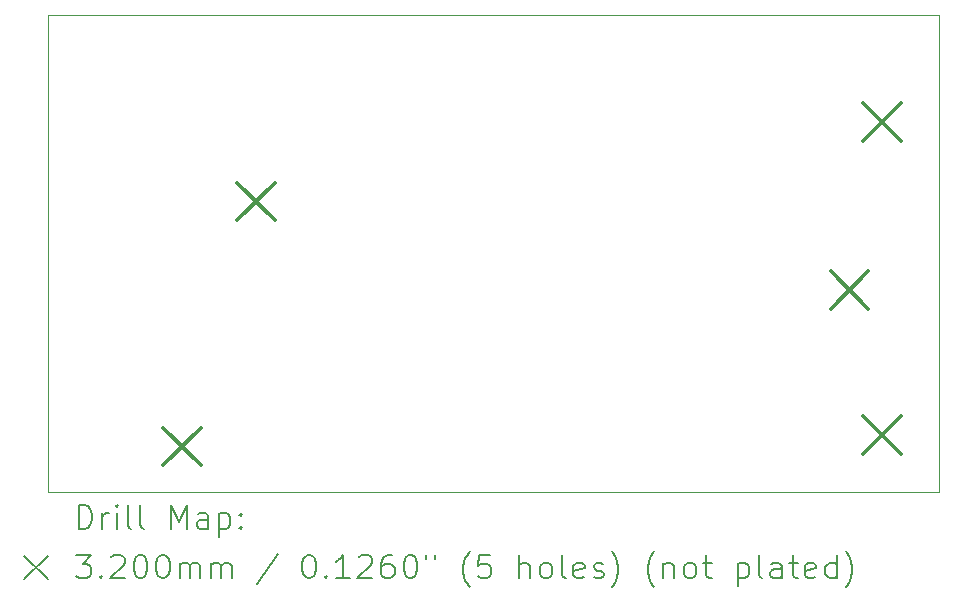
<source format=gbr>
%TF.GenerationSoftware,KiCad,Pcbnew,8.0.4*%
%TF.CreationDate,2024-08-25T14:03:01+02:00*%
%TF.ProjectId,cooking_thermometer,636f6f6b-696e-4675-9f74-6865726d6f6d,rev?*%
%TF.SameCoordinates,Original*%
%TF.FileFunction,Drillmap*%
%TF.FilePolarity,Positive*%
%FSLAX45Y45*%
G04 Gerber Fmt 4.5, Leading zero omitted, Abs format (unit mm)*
G04 Created by KiCad (PCBNEW 8.0.4) date 2024-08-25 14:03:01*
%MOMM*%
%LPD*%
G01*
G04 APERTURE LIST*
%ADD10C,0.050000*%
%ADD11C,0.200000*%
%ADD12C,0.320000*%
G04 APERTURE END LIST*
D10*
X14714600Y-7594600D02*
X22259800Y-7594600D01*
X22259800Y-11633200D01*
X14714600Y-11633200D01*
X14714600Y-7594600D01*
D11*
D12*
X15690000Y-11090000D02*
X16010000Y-11410000D01*
X16010000Y-11090000D02*
X15690000Y-11410000D01*
X16315000Y-9015000D02*
X16635000Y-9335000D01*
X16635000Y-9015000D02*
X16315000Y-9335000D01*
X21340000Y-9765000D02*
X21660000Y-10085000D01*
X21660000Y-9765000D02*
X21340000Y-10085000D01*
X21615000Y-8340000D02*
X21935000Y-8660000D01*
X21935000Y-8340000D02*
X21615000Y-8660000D01*
X21615000Y-10990000D02*
X21935000Y-11310000D01*
X21935000Y-10990000D02*
X21615000Y-11310000D01*
D11*
X14972877Y-11947184D02*
X14972877Y-11747184D01*
X14972877Y-11747184D02*
X15020496Y-11747184D01*
X15020496Y-11747184D02*
X15049067Y-11756708D01*
X15049067Y-11756708D02*
X15068115Y-11775755D01*
X15068115Y-11775755D02*
X15077639Y-11794803D01*
X15077639Y-11794803D02*
X15087162Y-11832898D01*
X15087162Y-11832898D02*
X15087162Y-11861469D01*
X15087162Y-11861469D02*
X15077639Y-11899565D01*
X15077639Y-11899565D02*
X15068115Y-11918612D01*
X15068115Y-11918612D02*
X15049067Y-11937660D01*
X15049067Y-11937660D02*
X15020496Y-11947184D01*
X15020496Y-11947184D02*
X14972877Y-11947184D01*
X15172877Y-11947184D02*
X15172877Y-11813850D01*
X15172877Y-11851946D02*
X15182401Y-11832898D01*
X15182401Y-11832898D02*
X15191924Y-11823374D01*
X15191924Y-11823374D02*
X15210972Y-11813850D01*
X15210972Y-11813850D02*
X15230020Y-11813850D01*
X15296686Y-11947184D02*
X15296686Y-11813850D01*
X15296686Y-11747184D02*
X15287162Y-11756708D01*
X15287162Y-11756708D02*
X15296686Y-11766231D01*
X15296686Y-11766231D02*
X15306210Y-11756708D01*
X15306210Y-11756708D02*
X15296686Y-11747184D01*
X15296686Y-11747184D02*
X15296686Y-11766231D01*
X15420496Y-11947184D02*
X15401448Y-11937660D01*
X15401448Y-11937660D02*
X15391924Y-11918612D01*
X15391924Y-11918612D02*
X15391924Y-11747184D01*
X15525258Y-11947184D02*
X15506210Y-11937660D01*
X15506210Y-11937660D02*
X15496686Y-11918612D01*
X15496686Y-11918612D02*
X15496686Y-11747184D01*
X15753829Y-11947184D02*
X15753829Y-11747184D01*
X15753829Y-11747184D02*
X15820496Y-11890041D01*
X15820496Y-11890041D02*
X15887162Y-11747184D01*
X15887162Y-11747184D02*
X15887162Y-11947184D01*
X16068115Y-11947184D02*
X16068115Y-11842422D01*
X16068115Y-11842422D02*
X16058591Y-11823374D01*
X16058591Y-11823374D02*
X16039543Y-11813850D01*
X16039543Y-11813850D02*
X16001448Y-11813850D01*
X16001448Y-11813850D02*
X15982401Y-11823374D01*
X16068115Y-11937660D02*
X16049067Y-11947184D01*
X16049067Y-11947184D02*
X16001448Y-11947184D01*
X16001448Y-11947184D02*
X15982401Y-11937660D01*
X15982401Y-11937660D02*
X15972877Y-11918612D01*
X15972877Y-11918612D02*
X15972877Y-11899565D01*
X15972877Y-11899565D02*
X15982401Y-11880517D01*
X15982401Y-11880517D02*
X16001448Y-11870993D01*
X16001448Y-11870993D02*
X16049067Y-11870993D01*
X16049067Y-11870993D02*
X16068115Y-11861469D01*
X16163353Y-11813850D02*
X16163353Y-12013850D01*
X16163353Y-11823374D02*
X16182401Y-11813850D01*
X16182401Y-11813850D02*
X16220496Y-11813850D01*
X16220496Y-11813850D02*
X16239543Y-11823374D01*
X16239543Y-11823374D02*
X16249067Y-11832898D01*
X16249067Y-11832898D02*
X16258591Y-11851946D01*
X16258591Y-11851946D02*
X16258591Y-11909088D01*
X16258591Y-11909088D02*
X16249067Y-11928136D01*
X16249067Y-11928136D02*
X16239543Y-11937660D01*
X16239543Y-11937660D02*
X16220496Y-11947184D01*
X16220496Y-11947184D02*
X16182401Y-11947184D01*
X16182401Y-11947184D02*
X16163353Y-11937660D01*
X16344305Y-11928136D02*
X16353829Y-11937660D01*
X16353829Y-11937660D02*
X16344305Y-11947184D01*
X16344305Y-11947184D02*
X16334782Y-11937660D01*
X16334782Y-11937660D02*
X16344305Y-11928136D01*
X16344305Y-11928136D02*
X16344305Y-11947184D01*
X16344305Y-11823374D02*
X16353829Y-11832898D01*
X16353829Y-11832898D02*
X16344305Y-11842422D01*
X16344305Y-11842422D02*
X16334782Y-11832898D01*
X16334782Y-11832898D02*
X16344305Y-11823374D01*
X16344305Y-11823374D02*
X16344305Y-11842422D01*
X14512100Y-12175700D02*
X14712100Y-12375700D01*
X14712100Y-12175700D02*
X14512100Y-12375700D01*
X14953829Y-12167184D02*
X15077639Y-12167184D01*
X15077639Y-12167184D02*
X15010972Y-12243374D01*
X15010972Y-12243374D02*
X15039543Y-12243374D01*
X15039543Y-12243374D02*
X15058591Y-12252898D01*
X15058591Y-12252898D02*
X15068115Y-12262422D01*
X15068115Y-12262422D02*
X15077639Y-12281469D01*
X15077639Y-12281469D02*
X15077639Y-12329088D01*
X15077639Y-12329088D02*
X15068115Y-12348136D01*
X15068115Y-12348136D02*
X15058591Y-12357660D01*
X15058591Y-12357660D02*
X15039543Y-12367184D01*
X15039543Y-12367184D02*
X14982401Y-12367184D01*
X14982401Y-12367184D02*
X14963353Y-12357660D01*
X14963353Y-12357660D02*
X14953829Y-12348136D01*
X15163353Y-12348136D02*
X15172877Y-12357660D01*
X15172877Y-12357660D02*
X15163353Y-12367184D01*
X15163353Y-12367184D02*
X15153829Y-12357660D01*
X15153829Y-12357660D02*
X15163353Y-12348136D01*
X15163353Y-12348136D02*
X15163353Y-12367184D01*
X15249067Y-12186231D02*
X15258591Y-12176708D01*
X15258591Y-12176708D02*
X15277639Y-12167184D01*
X15277639Y-12167184D02*
X15325258Y-12167184D01*
X15325258Y-12167184D02*
X15344305Y-12176708D01*
X15344305Y-12176708D02*
X15353829Y-12186231D01*
X15353829Y-12186231D02*
X15363353Y-12205279D01*
X15363353Y-12205279D02*
X15363353Y-12224327D01*
X15363353Y-12224327D02*
X15353829Y-12252898D01*
X15353829Y-12252898D02*
X15239543Y-12367184D01*
X15239543Y-12367184D02*
X15363353Y-12367184D01*
X15487162Y-12167184D02*
X15506210Y-12167184D01*
X15506210Y-12167184D02*
X15525258Y-12176708D01*
X15525258Y-12176708D02*
X15534782Y-12186231D01*
X15534782Y-12186231D02*
X15544305Y-12205279D01*
X15544305Y-12205279D02*
X15553829Y-12243374D01*
X15553829Y-12243374D02*
X15553829Y-12290993D01*
X15553829Y-12290993D02*
X15544305Y-12329088D01*
X15544305Y-12329088D02*
X15534782Y-12348136D01*
X15534782Y-12348136D02*
X15525258Y-12357660D01*
X15525258Y-12357660D02*
X15506210Y-12367184D01*
X15506210Y-12367184D02*
X15487162Y-12367184D01*
X15487162Y-12367184D02*
X15468115Y-12357660D01*
X15468115Y-12357660D02*
X15458591Y-12348136D01*
X15458591Y-12348136D02*
X15449067Y-12329088D01*
X15449067Y-12329088D02*
X15439543Y-12290993D01*
X15439543Y-12290993D02*
X15439543Y-12243374D01*
X15439543Y-12243374D02*
X15449067Y-12205279D01*
X15449067Y-12205279D02*
X15458591Y-12186231D01*
X15458591Y-12186231D02*
X15468115Y-12176708D01*
X15468115Y-12176708D02*
X15487162Y-12167184D01*
X15677639Y-12167184D02*
X15696686Y-12167184D01*
X15696686Y-12167184D02*
X15715734Y-12176708D01*
X15715734Y-12176708D02*
X15725258Y-12186231D01*
X15725258Y-12186231D02*
X15734782Y-12205279D01*
X15734782Y-12205279D02*
X15744305Y-12243374D01*
X15744305Y-12243374D02*
X15744305Y-12290993D01*
X15744305Y-12290993D02*
X15734782Y-12329088D01*
X15734782Y-12329088D02*
X15725258Y-12348136D01*
X15725258Y-12348136D02*
X15715734Y-12357660D01*
X15715734Y-12357660D02*
X15696686Y-12367184D01*
X15696686Y-12367184D02*
X15677639Y-12367184D01*
X15677639Y-12367184D02*
X15658591Y-12357660D01*
X15658591Y-12357660D02*
X15649067Y-12348136D01*
X15649067Y-12348136D02*
X15639543Y-12329088D01*
X15639543Y-12329088D02*
X15630020Y-12290993D01*
X15630020Y-12290993D02*
X15630020Y-12243374D01*
X15630020Y-12243374D02*
X15639543Y-12205279D01*
X15639543Y-12205279D02*
X15649067Y-12186231D01*
X15649067Y-12186231D02*
X15658591Y-12176708D01*
X15658591Y-12176708D02*
X15677639Y-12167184D01*
X15830020Y-12367184D02*
X15830020Y-12233850D01*
X15830020Y-12252898D02*
X15839543Y-12243374D01*
X15839543Y-12243374D02*
X15858591Y-12233850D01*
X15858591Y-12233850D02*
X15887163Y-12233850D01*
X15887163Y-12233850D02*
X15906210Y-12243374D01*
X15906210Y-12243374D02*
X15915734Y-12262422D01*
X15915734Y-12262422D02*
X15915734Y-12367184D01*
X15915734Y-12262422D02*
X15925258Y-12243374D01*
X15925258Y-12243374D02*
X15944305Y-12233850D01*
X15944305Y-12233850D02*
X15972877Y-12233850D01*
X15972877Y-12233850D02*
X15991924Y-12243374D01*
X15991924Y-12243374D02*
X16001448Y-12262422D01*
X16001448Y-12262422D02*
X16001448Y-12367184D01*
X16096686Y-12367184D02*
X16096686Y-12233850D01*
X16096686Y-12252898D02*
X16106210Y-12243374D01*
X16106210Y-12243374D02*
X16125258Y-12233850D01*
X16125258Y-12233850D02*
X16153829Y-12233850D01*
X16153829Y-12233850D02*
X16172877Y-12243374D01*
X16172877Y-12243374D02*
X16182401Y-12262422D01*
X16182401Y-12262422D02*
X16182401Y-12367184D01*
X16182401Y-12262422D02*
X16191924Y-12243374D01*
X16191924Y-12243374D02*
X16210972Y-12233850D01*
X16210972Y-12233850D02*
X16239543Y-12233850D01*
X16239543Y-12233850D02*
X16258591Y-12243374D01*
X16258591Y-12243374D02*
X16268115Y-12262422D01*
X16268115Y-12262422D02*
X16268115Y-12367184D01*
X16658591Y-12157660D02*
X16487163Y-12414803D01*
X16915734Y-12167184D02*
X16934782Y-12167184D01*
X16934782Y-12167184D02*
X16953829Y-12176708D01*
X16953829Y-12176708D02*
X16963353Y-12186231D01*
X16963353Y-12186231D02*
X16972877Y-12205279D01*
X16972877Y-12205279D02*
X16982401Y-12243374D01*
X16982401Y-12243374D02*
X16982401Y-12290993D01*
X16982401Y-12290993D02*
X16972877Y-12329088D01*
X16972877Y-12329088D02*
X16963353Y-12348136D01*
X16963353Y-12348136D02*
X16953829Y-12357660D01*
X16953829Y-12357660D02*
X16934782Y-12367184D01*
X16934782Y-12367184D02*
X16915734Y-12367184D01*
X16915734Y-12367184D02*
X16896687Y-12357660D01*
X16896687Y-12357660D02*
X16887163Y-12348136D01*
X16887163Y-12348136D02*
X16877639Y-12329088D01*
X16877639Y-12329088D02*
X16868115Y-12290993D01*
X16868115Y-12290993D02*
X16868115Y-12243374D01*
X16868115Y-12243374D02*
X16877639Y-12205279D01*
X16877639Y-12205279D02*
X16887163Y-12186231D01*
X16887163Y-12186231D02*
X16896687Y-12176708D01*
X16896687Y-12176708D02*
X16915734Y-12167184D01*
X17068115Y-12348136D02*
X17077639Y-12357660D01*
X17077639Y-12357660D02*
X17068115Y-12367184D01*
X17068115Y-12367184D02*
X17058591Y-12357660D01*
X17058591Y-12357660D02*
X17068115Y-12348136D01*
X17068115Y-12348136D02*
X17068115Y-12367184D01*
X17268115Y-12367184D02*
X17153829Y-12367184D01*
X17210972Y-12367184D02*
X17210972Y-12167184D01*
X17210972Y-12167184D02*
X17191925Y-12195755D01*
X17191925Y-12195755D02*
X17172877Y-12214803D01*
X17172877Y-12214803D02*
X17153829Y-12224327D01*
X17344306Y-12186231D02*
X17353829Y-12176708D01*
X17353829Y-12176708D02*
X17372877Y-12167184D01*
X17372877Y-12167184D02*
X17420496Y-12167184D01*
X17420496Y-12167184D02*
X17439544Y-12176708D01*
X17439544Y-12176708D02*
X17449068Y-12186231D01*
X17449068Y-12186231D02*
X17458591Y-12205279D01*
X17458591Y-12205279D02*
X17458591Y-12224327D01*
X17458591Y-12224327D02*
X17449068Y-12252898D01*
X17449068Y-12252898D02*
X17334782Y-12367184D01*
X17334782Y-12367184D02*
X17458591Y-12367184D01*
X17630020Y-12167184D02*
X17591925Y-12167184D01*
X17591925Y-12167184D02*
X17572877Y-12176708D01*
X17572877Y-12176708D02*
X17563353Y-12186231D01*
X17563353Y-12186231D02*
X17544306Y-12214803D01*
X17544306Y-12214803D02*
X17534782Y-12252898D01*
X17534782Y-12252898D02*
X17534782Y-12329088D01*
X17534782Y-12329088D02*
X17544306Y-12348136D01*
X17544306Y-12348136D02*
X17553829Y-12357660D01*
X17553829Y-12357660D02*
X17572877Y-12367184D01*
X17572877Y-12367184D02*
X17610972Y-12367184D01*
X17610972Y-12367184D02*
X17630020Y-12357660D01*
X17630020Y-12357660D02*
X17639544Y-12348136D01*
X17639544Y-12348136D02*
X17649068Y-12329088D01*
X17649068Y-12329088D02*
X17649068Y-12281469D01*
X17649068Y-12281469D02*
X17639544Y-12262422D01*
X17639544Y-12262422D02*
X17630020Y-12252898D01*
X17630020Y-12252898D02*
X17610972Y-12243374D01*
X17610972Y-12243374D02*
X17572877Y-12243374D01*
X17572877Y-12243374D02*
X17553829Y-12252898D01*
X17553829Y-12252898D02*
X17544306Y-12262422D01*
X17544306Y-12262422D02*
X17534782Y-12281469D01*
X17772877Y-12167184D02*
X17791925Y-12167184D01*
X17791925Y-12167184D02*
X17810972Y-12176708D01*
X17810972Y-12176708D02*
X17820496Y-12186231D01*
X17820496Y-12186231D02*
X17830020Y-12205279D01*
X17830020Y-12205279D02*
X17839544Y-12243374D01*
X17839544Y-12243374D02*
X17839544Y-12290993D01*
X17839544Y-12290993D02*
X17830020Y-12329088D01*
X17830020Y-12329088D02*
X17820496Y-12348136D01*
X17820496Y-12348136D02*
X17810972Y-12357660D01*
X17810972Y-12357660D02*
X17791925Y-12367184D01*
X17791925Y-12367184D02*
X17772877Y-12367184D01*
X17772877Y-12367184D02*
X17753829Y-12357660D01*
X17753829Y-12357660D02*
X17744306Y-12348136D01*
X17744306Y-12348136D02*
X17734782Y-12329088D01*
X17734782Y-12329088D02*
X17725258Y-12290993D01*
X17725258Y-12290993D02*
X17725258Y-12243374D01*
X17725258Y-12243374D02*
X17734782Y-12205279D01*
X17734782Y-12205279D02*
X17744306Y-12186231D01*
X17744306Y-12186231D02*
X17753829Y-12176708D01*
X17753829Y-12176708D02*
X17772877Y-12167184D01*
X17915734Y-12167184D02*
X17915734Y-12205279D01*
X17991925Y-12167184D02*
X17991925Y-12205279D01*
X18287163Y-12443374D02*
X18277639Y-12433850D01*
X18277639Y-12433850D02*
X18258591Y-12405279D01*
X18258591Y-12405279D02*
X18249068Y-12386231D01*
X18249068Y-12386231D02*
X18239544Y-12357660D01*
X18239544Y-12357660D02*
X18230020Y-12310041D01*
X18230020Y-12310041D02*
X18230020Y-12271946D01*
X18230020Y-12271946D02*
X18239544Y-12224327D01*
X18239544Y-12224327D02*
X18249068Y-12195755D01*
X18249068Y-12195755D02*
X18258591Y-12176708D01*
X18258591Y-12176708D02*
X18277639Y-12148136D01*
X18277639Y-12148136D02*
X18287163Y-12138612D01*
X18458591Y-12167184D02*
X18363353Y-12167184D01*
X18363353Y-12167184D02*
X18353830Y-12262422D01*
X18353830Y-12262422D02*
X18363353Y-12252898D01*
X18363353Y-12252898D02*
X18382401Y-12243374D01*
X18382401Y-12243374D02*
X18430020Y-12243374D01*
X18430020Y-12243374D02*
X18449068Y-12252898D01*
X18449068Y-12252898D02*
X18458591Y-12262422D01*
X18458591Y-12262422D02*
X18468115Y-12281469D01*
X18468115Y-12281469D02*
X18468115Y-12329088D01*
X18468115Y-12329088D02*
X18458591Y-12348136D01*
X18458591Y-12348136D02*
X18449068Y-12357660D01*
X18449068Y-12357660D02*
X18430020Y-12367184D01*
X18430020Y-12367184D02*
X18382401Y-12367184D01*
X18382401Y-12367184D02*
X18363353Y-12357660D01*
X18363353Y-12357660D02*
X18353830Y-12348136D01*
X18706211Y-12367184D02*
X18706211Y-12167184D01*
X18791925Y-12367184D02*
X18791925Y-12262422D01*
X18791925Y-12262422D02*
X18782401Y-12243374D01*
X18782401Y-12243374D02*
X18763353Y-12233850D01*
X18763353Y-12233850D02*
X18734782Y-12233850D01*
X18734782Y-12233850D02*
X18715734Y-12243374D01*
X18715734Y-12243374D02*
X18706211Y-12252898D01*
X18915734Y-12367184D02*
X18896687Y-12357660D01*
X18896687Y-12357660D02*
X18887163Y-12348136D01*
X18887163Y-12348136D02*
X18877639Y-12329088D01*
X18877639Y-12329088D02*
X18877639Y-12271946D01*
X18877639Y-12271946D02*
X18887163Y-12252898D01*
X18887163Y-12252898D02*
X18896687Y-12243374D01*
X18896687Y-12243374D02*
X18915734Y-12233850D01*
X18915734Y-12233850D02*
X18944306Y-12233850D01*
X18944306Y-12233850D02*
X18963353Y-12243374D01*
X18963353Y-12243374D02*
X18972877Y-12252898D01*
X18972877Y-12252898D02*
X18982401Y-12271946D01*
X18982401Y-12271946D02*
X18982401Y-12329088D01*
X18982401Y-12329088D02*
X18972877Y-12348136D01*
X18972877Y-12348136D02*
X18963353Y-12357660D01*
X18963353Y-12357660D02*
X18944306Y-12367184D01*
X18944306Y-12367184D02*
X18915734Y-12367184D01*
X19096687Y-12367184D02*
X19077639Y-12357660D01*
X19077639Y-12357660D02*
X19068115Y-12338612D01*
X19068115Y-12338612D02*
X19068115Y-12167184D01*
X19249068Y-12357660D02*
X19230020Y-12367184D01*
X19230020Y-12367184D02*
X19191925Y-12367184D01*
X19191925Y-12367184D02*
X19172877Y-12357660D01*
X19172877Y-12357660D02*
X19163353Y-12338612D01*
X19163353Y-12338612D02*
X19163353Y-12262422D01*
X19163353Y-12262422D02*
X19172877Y-12243374D01*
X19172877Y-12243374D02*
X19191925Y-12233850D01*
X19191925Y-12233850D02*
X19230020Y-12233850D01*
X19230020Y-12233850D02*
X19249068Y-12243374D01*
X19249068Y-12243374D02*
X19258592Y-12262422D01*
X19258592Y-12262422D02*
X19258592Y-12281469D01*
X19258592Y-12281469D02*
X19163353Y-12300517D01*
X19334782Y-12357660D02*
X19353830Y-12367184D01*
X19353830Y-12367184D02*
X19391925Y-12367184D01*
X19391925Y-12367184D02*
X19410973Y-12357660D01*
X19410973Y-12357660D02*
X19420496Y-12338612D01*
X19420496Y-12338612D02*
X19420496Y-12329088D01*
X19420496Y-12329088D02*
X19410973Y-12310041D01*
X19410973Y-12310041D02*
X19391925Y-12300517D01*
X19391925Y-12300517D02*
X19363353Y-12300517D01*
X19363353Y-12300517D02*
X19344306Y-12290993D01*
X19344306Y-12290993D02*
X19334782Y-12271946D01*
X19334782Y-12271946D02*
X19334782Y-12262422D01*
X19334782Y-12262422D02*
X19344306Y-12243374D01*
X19344306Y-12243374D02*
X19363353Y-12233850D01*
X19363353Y-12233850D02*
X19391925Y-12233850D01*
X19391925Y-12233850D02*
X19410973Y-12243374D01*
X19487163Y-12443374D02*
X19496687Y-12433850D01*
X19496687Y-12433850D02*
X19515734Y-12405279D01*
X19515734Y-12405279D02*
X19525258Y-12386231D01*
X19525258Y-12386231D02*
X19534782Y-12357660D01*
X19534782Y-12357660D02*
X19544306Y-12310041D01*
X19544306Y-12310041D02*
X19544306Y-12271946D01*
X19544306Y-12271946D02*
X19534782Y-12224327D01*
X19534782Y-12224327D02*
X19525258Y-12195755D01*
X19525258Y-12195755D02*
X19515734Y-12176708D01*
X19515734Y-12176708D02*
X19496687Y-12148136D01*
X19496687Y-12148136D02*
X19487163Y-12138612D01*
X19849068Y-12443374D02*
X19839544Y-12433850D01*
X19839544Y-12433850D02*
X19820496Y-12405279D01*
X19820496Y-12405279D02*
X19810973Y-12386231D01*
X19810973Y-12386231D02*
X19801449Y-12357660D01*
X19801449Y-12357660D02*
X19791925Y-12310041D01*
X19791925Y-12310041D02*
X19791925Y-12271946D01*
X19791925Y-12271946D02*
X19801449Y-12224327D01*
X19801449Y-12224327D02*
X19810973Y-12195755D01*
X19810973Y-12195755D02*
X19820496Y-12176708D01*
X19820496Y-12176708D02*
X19839544Y-12148136D01*
X19839544Y-12148136D02*
X19849068Y-12138612D01*
X19925258Y-12233850D02*
X19925258Y-12367184D01*
X19925258Y-12252898D02*
X19934782Y-12243374D01*
X19934782Y-12243374D02*
X19953830Y-12233850D01*
X19953830Y-12233850D02*
X19982401Y-12233850D01*
X19982401Y-12233850D02*
X20001449Y-12243374D01*
X20001449Y-12243374D02*
X20010973Y-12262422D01*
X20010973Y-12262422D02*
X20010973Y-12367184D01*
X20134782Y-12367184D02*
X20115734Y-12357660D01*
X20115734Y-12357660D02*
X20106211Y-12348136D01*
X20106211Y-12348136D02*
X20096687Y-12329088D01*
X20096687Y-12329088D02*
X20096687Y-12271946D01*
X20096687Y-12271946D02*
X20106211Y-12252898D01*
X20106211Y-12252898D02*
X20115734Y-12243374D01*
X20115734Y-12243374D02*
X20134782Y-12233850D01*
X20134782Y-12233850D02*
X20163354Y-12233850D01*
X20163354Y-12233850D02*
X20182401Y-12243374D01*
X20182401Y-12243374D02*
X20191925Y-12252898D01*
X20191925Y-12252898D02*
X20201449Y-12271946D01*
X20201449Y-12271946D02*
X20201449Y-12329088D01*
X20201449Y-12329088D02*
X20191925Y-12348136D01*
X20191925Y-12348136D02*
X20182401Y-12357660D01*
X20182401Y-12357660D02*
X20163354Y-12367184D01*
X20163354Y-12367184D02*
X20134782Y-12367184D01*
X20258592Y-12233850D02*
X20334782Y-12233850D01*
X20287163Y-12167184D02*
X20287163Y-12338612D01*
X20287163Y-12338612D02*
X20296687Y-12357660D01*
X20296687Y-12357660D02*
X20315734Y-12367184D01*
X20315734Y-12367184D02*
X20334782Y-12367184D01*
X20553830Y-12233850D02*
X20553830Y-12433850D01*
X20553830Y-12243374D02*
X20572877Y-12233850D01*
X20572877Y-12233850D02*
X20610973Y-12233850D01*
X20610973Y-12233850D02*
X20630020Y-12243374D01*
X20630020Y-12243374D02*
X20639544Y-12252898D01*
X20639544Y-12252898D02*
X20649068Y-12271946D01*
X20649068Y-12271946D02*
X20649068Y-12329088D01*
X20649068Y-12329088D02*
X20639544Y-12348136D01*
X20639544Y-12348136D02*
X20630020Y-12357660D01*
X20630020Y-12357660D02*
X20610973Y-12367184D01*
X20610973Y-12367184D02*
X20572877Y-12367184D01*
X20572877Y-12367184D02*
X20553830Y-12357660D01*
X20763354Y-12367184D02*
X20744306Y-12357660D01*
X20744306Y-12357660D02*
X20734782Y-12338612D01*
X20734782Y-12338612D02*
X20734782Y-12167184D01*
X20925258Y-12367184D02*
X20925258Y-12262422D01*
X20925258Y-12262422D02*
X20915735Y-12243374D01*
X20915735Y-12243374D02*
X20896687Y-12233850D01*
X20896687Y-12233850D02*
X20858592Y-12233850D01*
X20858592Y-12233850D02*
X20839544Y-12243374D01*
X20925258Y-12357660D02*
X20906211Y-12367184D01*
X20906211Y-12367184D02*
X20858592Y-12367184D01*
X20858592Y-12367184D02*
X20839544Y-12357660D01*
X20839544Y-12357660D02*
X20830020Y-12338612D01*
X20830020Y-12338612D02*
X20830020Y-12319565D01*
X20830020Y-12319565D02*
X20839544Y-12300517D01*
X20839544Y-12300517D02*
X20858592Y-12290993D01*
X20858592Y-12290993D02*
X20906211Y-12290993D01*
X20906211Y-12290993D02*
X20925258Y-12281469D01*
X20991925Y-12233850D02*
X21068115Y-12233850D01*
X21020496Y-12167184D02*
X21020496Y-12338612D01*
X21020496Y-12338612D02*
X21030020Y-12357660D01*
X21030020Y-12357660D02*
X21049068Y-12367184D01*
X21049068Y-12367184D02*
X21068115Y-12367184D01*
X21210973Y-12357660D02*
X21191925Y-12367184D01*
X21191925Y-12367184D02*
X21153830Y-12367184D01*
X21153830Y-12367184D02*
X21134782Y-12357660D01*
X21134782Y-12357660D02*
X21125258Y-12338612D01*
X21125258Y-12338612D02*
X21125258Y-12262422D01*
X21125258Y-12262422D02*
X21134782Y-12243374D01*
X21134782Y-12243374D02*
X21153830Y-12233850D01*
X21153830Y-12233850D02*
X21191925Y-12233850D01*
X21191925Y-12233850D02*
X21210973Y-12243374D01*
X21210973Y-12243374D02*
X21220496Y-12262422D01*
X21220496Y-12262422D02*
X21220496Y-12281469D01*
X21220496Y-12281469D02*
X21125258Y-12300517D01*
X21391925Y-12367184D02*
X21391925Y-12167184D01*
X21391925Y-12357660D02*
X21372877Y-12367184D01*
X21372877Y-12367184D02*
X21334782Y-12367184D01*
X21334782Y-12367184D02*
X21315735Y-12357660D01*
X21315735Y-12357660D02*
X21306211Y-12348136D01*
X21306211Y-12348136D02*
X21296687Y-12329088D01*
X21296687Y-12329088D02*
X21296687Y-12271946D01*
X21296687Y-12271946D02*
X21306211Y-12252898D01*
X21306211Y-12252898D02*
X21315735Y-12243374D01*
X21315735Y-12243374D02*
X21334782Y-12233850D01*
X21334782Y-12233850D02*
X21372877Y-12233850D01*
X21372877Y-12233850D02*
X21391925Y-12243374D01*
X21468116Y-12443374D02*
X21477639Y-12433850D01*
X21477639Y-12433850D02*
X21496687Y-12405279D01*
X21496687Y-12405279D02*
X21506211Y-12386231D01*
X21506211Y-12386231D02*
X21515735Y-12357660D01*
X21515735Y-12357660D02*
X21525258Y-12310041D01*
X21525258Y-12310041D02*
X21525258Y-12271946D01*
X21525258Y-12271946D02*
X21515735Y-12224327D01*
X21515735Y-12224327D02*
X21506211Y-12195755D01*
X21506211Y-12195755D02*
X21496687Y-12176708D01*
X21496687Y-12176708D02*
X21477639Y-12148136D01*
X21477639Y-12148136D02*
X21468116Y-12138612D01*
M02*

</source>
